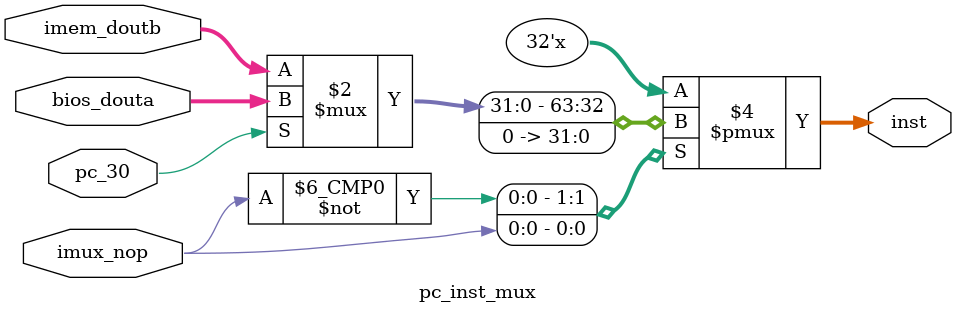
<source format=v>
module pc_inst_mux(bios_douta, imem_doutb, inst, pc_30, imux_nop);
    input [31:0] bios_douta, imem_doutb;
    input pc_30, imux_nop;
    output reg [31:0] inst;

    always @(*) begin
        case (imux_nop)
            1'd0: inst = (pc_30) ? bios_douta : imem_doutb;
            1'd1: inst = 32'd0;
            default: inst = (pc_30) ? bios_douta : imem_doutb;
        endcase
    end
endmodule
</source>
